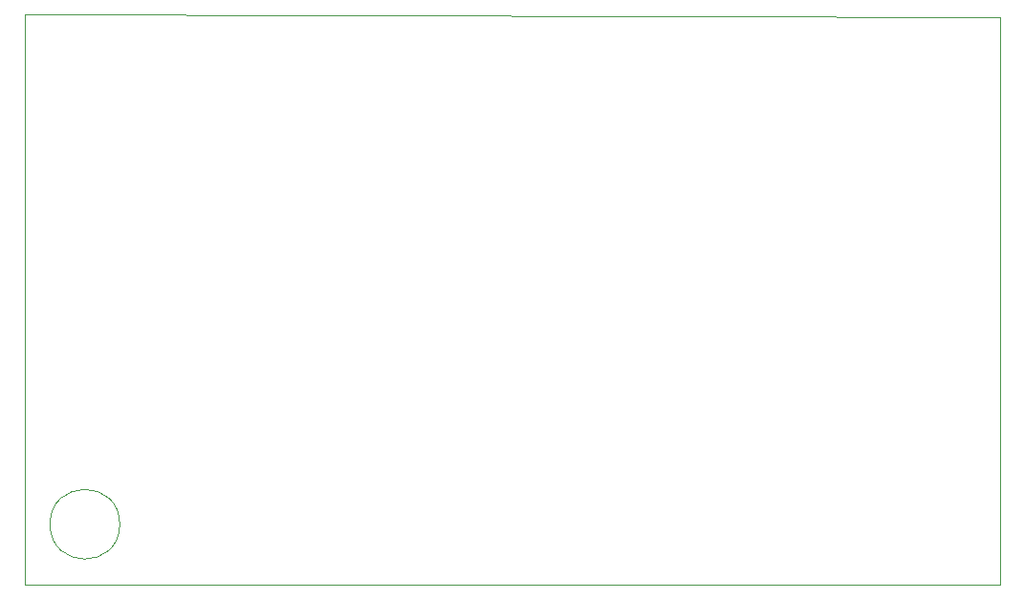
<source format=gm1>
G04 #@! TF.GenerationSoftware,KiCad,Pcbnew,(5.1.0)-1*
G04 #@! TF.CreationDate,2019-06-02T20:16:14+05:30*
G04 #@! TF.ProjectId,OpAmp,4f70416d-702e-46b6-9963-61645f706362,rev?*
G04 #@! TF.SameCoordinates,Original*
G04 #@! TF.FileFunction,Profile,NP*
%FSLAX46Y46*%
G04 Gerber Fmt 4.6, Leading zero omitted, Abs format (unit mm)*
G04 Created by KiCad (PCBNEW (5.1.0)-1) date 2019-06-02 20:16:14*
%MOMM*%
%LPD*%
G04 APERTURE LIST*
%ADD10C,0.050000*%
G04 APERTURE END LIST*
D10*
X97324043Y-119126000D02*
G75*
G03X97324043Y-119126000I-3090043J0D01*
G01*
X175260000Y-74168000D02*
X88900000Y-73914000D01*
X175260000Y-124460000D02*
X175260000Y-74168000D01*
X88900000Y-124460000D02*
X175260000Y-124460000D01*
X88900000Y-73914000D02*
X88900000Y-124460000D01*
M02*

</source>
